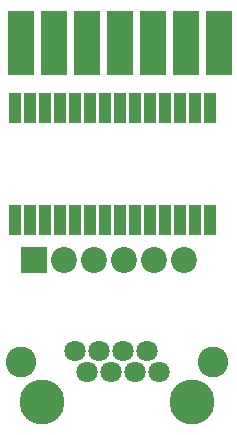
<source format=gts>
G04 #@! TF.GenerationSoftware,KiCad,Pcbnew,no-vcs-found-bf44d39~61~ubuntu16.04.1*
G04 #@! TF.CreationDate,2018-01-04T16:51:09+01:00*
G04 #@! TF.ProjectId,arcade_adapter,6172636164655F616461707465722E6B,rev?*
G04 #@! TF.SameCoordinates,Original*
G04 #@! TF.FileFunction,Soldermask,Top*
G04 #@! TF.FilePolarity,Negative*
%FSLAX46Y46*%
G04 Gerber Fmt 4.6, Leading zero omitted, Abs format (unit mm)*
G04 Created by KiCad (PCBNEW no-vcs-found-bf44d39~61~ubuntu16.04.1) date Thu Jan  4 16:51:09 2018*
%MOMM*%
%LPD*%
G01*
G04 APERTURE LIST*
%ADD10R,2.180000X5.480000*%
%ADD11C,1.800000*%
%ADD12C,3.800000*%
%ADD13C,2.600000*%
%ADD14R,2.200000X2.200000*%
%ADD15C,2.200000*%
%ADD16R,1.000000X2.600000*%
G04 APERTURE END LIST*
D10*
X109870000Y-57290000D03*
X107080000Y-57290000D03*
X104290000Y-57290000D03*
X101490000Y-57290000D03*
X98700000Y-57290000D03*
X95900000Y-57290000D03*
X93110000Y-57290000D03*
D11*
X104819800Y-85191600D03*
X102789800Y-85191600D03*
X100759800Y-85191600D03*
X98729800Y-85191600D03*
X103799800Y-83411600D03*
X101769800Y-83411600D03*
X99739800Y-83411600D03*
X97709800Y-83411600D03*
D12*
X94919800Y-87731600D03*
X107619800Y-87731600D03*
D13*
X93139800Y-84301600D03*
X109399800Y-84301600D03*
D14*
X94259400Y-75692000D03*
D15*
X96799400Y-75692000D03*
X99339400Y-75692000D03*
X101879400Y-75692000D03*
X104419400Y-75692000D03*
X106959400Y-75692000D03*
D16*
X109143800Y-72265000D03*
X109143800Y-62865000D03*
X107873800Y-72265000D03*
X107873800Y-62865000D03*
X106603800Y-72265000D03*
X106603800Y-62865000D03*
X105333800Y-72265000D03*
X105333800Y-62865000D03*
X104063800Y-72265000D03*
X104063800Y-62865000D03*
X102793800Y-72265000D03*
X102793800Y-62865000D03*
X101523800Y-72265000D03*
X101523800Y-62865000D03*
X100253800Y-72265000D03*
X100253800Y-62865000D03*
X98983800Y-72265000D03*
X98983800Y-62865000D03*
X97713800Y-72265000D03*
X97713800Y-62865000D03*
X96443800Y-72265000D03*
X96443800Y-62865000D03*
X95173800Y-72265000D03*
X95173800Y-62865000D03*
X93903800Y-72265000D03*
X93903800Y-62865000D03*
X92633800Y-72265000D03*
X92633800Y-62865000D03*
M02*

</source>
